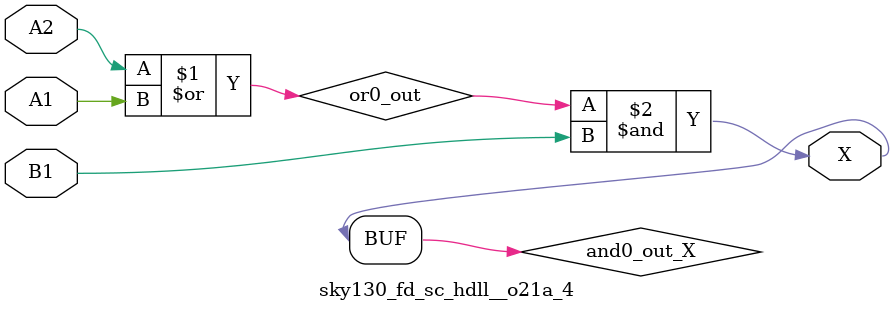
<source format=v>
/*
 * Copyright 2020 The SkyWater PDK Authors
 *
 * Licensed under the Apache License, Version 2.0 (the "License");
 * you may not use this file except in compliance with the License.
 * You may obtain a copy of the License at
 *
 *     https://www.apache.org/licenses/LICENSE-2.0
 *
 * Unless required by applicable law or agreed to in writing, software
 * distributed under the License is distributed on an "AS IS" BASIS,
 * WITHOUT WARRANTIES OR CONDITIONS OF ANY KIND, either express or implied.
 * See the License for the specific language governing permissions and
 * limitations under the License.
 *
 * SPDX-License-Identifier: Apache-2.0
*/


`ifndef SKY130_FD_SC_HDLL__O21A_4_FUNCTIONAL_V
`define SKY130_FD_SC_HDLL__O21A_4_FUNCTIONAL_V

/**
 * o21a: 2-input OR into first input of 2-input AND.
 *
 *       X = ((A1 | A2) & B1)
 *
 * Verilog simulation functional model.
 */

`timescale 1ns / 1ps
`default_nettype none

`celldefine
module sky130_fd_sc_hdll__o21a_4 (
    X ,
    A1,
    A2,
    B1
);

    // Module ports
    output X ;
    input  A1;
    input  A2;
    input  B1;

    // Local signals
    wire or0_out   ;
    wire and0_out_X;

    //  Name  Output      Other arguments
    or  or0  (or0_out   , A2, A1         );
    and and0 (and0_out_X, or0_out, B1    );
    buf buf0 (X         , and0_out_X     );

endmodule
`endcelldefine

`default_nettype wire
`endif  // SKY130_FD_SC_HDLL__O21A_4_FUNCTIONAL_V

</source>
